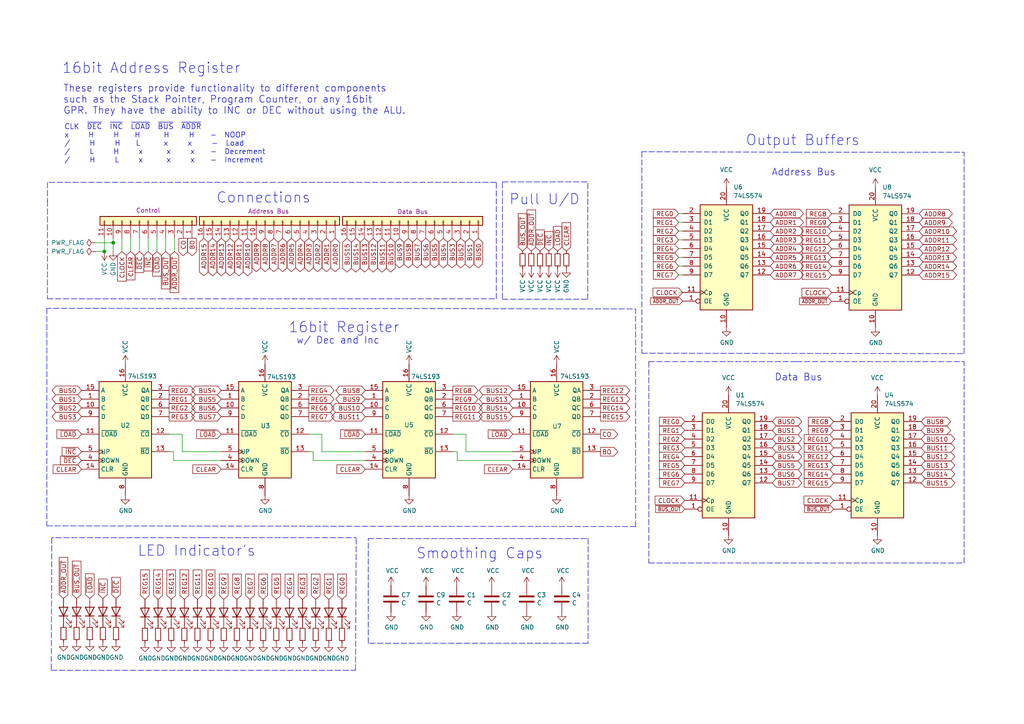
<source format=kicad_sch>
(kicad_sch (version 20211123) (generator eeschema)
  (paper "A4")
  (title_block (title "16 Bit Address Register w/ INC and DEC") (rev "3"))
  (junction (at 30.2768 72.9488))
  (junction (at 32.8168 70.4088))
  (polyline (pts (xy 230.9876 104.8766) (xy 188.1886 104.8766)))
  (wire (pts (xy 105.9434 133.5532) (xy 90.8304 133.5532)))
  (polyline (pts (xy 106.807 156.21) (xy 138.684 156.21)))
  (wire (pts (xy 32.8168 72.9488) (xy 32.8168 70.4088)))
  (polyline (pts (xy 58.9788 155.956) (xy 15.0368 155.956)))
  (wire (pts (xy 89.5604 125.9332) (xy 93.3704 125.9332)))
  (polyline (pts (xy 230.9876 104.8766) (xy 279.6286 104.8766)))
  (polyline (pts (xy 186.1566 102.4382) (xy 279.6286 102.5652)))
  (polyline (pts (xy 15.0368 155.956) (xy 14.859 194.4116)))
  (polyline (pts (xy 13.589 152.527) (xy 184.3532 152.7302)))
  (polyline (pts (xy 145.7198 86.7918) (xy 170.4848 86.7918)))
  (wire (pts (xy 196.8246 77.1906) (xy 197.993 77.1906)))
  (wire (pts (xy 196.8246 72.1106) (xy 197.993 72.1106)))
  (wire (pts (xy 30.2768 72.9488) (xy 30.2768 69.1388)))
  (wire (pts (xy 131.3434 125.9332) (xy 135.1534 125.9332)))
  (polyline (pts (xy 170.561 156.21) (xy 170.561 186.563)))
  (polyline (pts (xy 99.4664 89.4842) (xy 184.3532 89.6112)))
  (polyline (pts (xy 170.561 186.563) (xy 106.807 186.563)))
  (wire (pts (xy 32.8168 70.4088) (xy 32.8168 69.1388)))
  (wire (pts (xy 50.3174 131.0132) (xy 50.3174 133.5532)))
  (wire (pts (xy 27.7368 70.4088) (xy 32.8168 70.4088)))
  (wire (pts (xy 35.3568 72.9488) (xy 35.3568 69.1388)))
  (polyline (pts (xy 14.859 194.4116) (xy 103.124 194.4116)))
  (wire (pts (xy 196.8246 69.5706) (xy 197.993 69.5706)))
  (polyline (pts (xy 99.4664 89.4842) (xy 13.589 89.408)))
  (polyline (pts (xy 13.7668 86.6648) (xy 143.9418 86.6648)))
  (wire (pts (xy 196.8246 79.7306) (xy 197.993 79.7306)))
  (wire (pts (xy 40.4368 72.9488) (xy 40.4368 69.1388)))
  (wire (pts (xy 135.1534 125.9332) (xy 135.1534 131.0132)))
  (wire (pts (xy 196.8246 64.4906) (xy 197.993 64.4906)))
  (polyline (pts (xy 145.7198 52.7558) (xy 170.4848 52.7558)))
  (wire (pts (xy 132.6134 131.0132) (xy 132.6134 133.5532)))
  (wire (pts (xy 196.8246 74.6506) (xy 197.993 74.6506)))
  (polyline (pts (xy 103.124 194.4116) (xy 103.3018 155.956)))
  (polyline (pts (xy 188.1886 163.2966) (xy 279.6286 163.2966)))
  (wire (pts (xy 52.8574 125.9332) (xy 52.8574 131.0132)))
  (polyline (pts (xy 184.3532 152.7302) (xy 184.3532 89.6112)))
  (wire (pts (xy 93.3704 131.0132) (xy 105.9434 131.0132)))
  (polyline (pts (xy 138.684 156.21) (xy 170.561 156.21)))
  (wire (pts (xy 93.3704 125.9332) (xy 93.3704 131.0132)))
  (polyline (pts (xy 188.1886 104.8766) (xy 188.1886 163.2966)))
  (wire (pts (xy 135.1534 131.0132) (xy 148.7424 131.0132)))
  (wire (pts (xy 49.0474 131.0132) (xy 50.3174 131.0132)))
  (polyline (pts (xy 59.1058 155.956) (xy 103.3018 155.956)))
  (wire (pts (xy 50.5968 69.1388) (xy 50.5968 72.9488)))
  (polyline (pts (xy 13.7668 58.2168) (xy 13.7668 86.6648)))
  (polyline (pts (xy 143.9418 52.8828) (xy 13.7668 52.8828)))
  (polyline (pts (xy 279.6286 102.5652) (xy 279.6286 44.1452)))
  (wire (pts (xy 50.3174 133.5532) (xy 64.1604 133.5532)))
  (polyline (pts (xy 13.7668 52.8828) (xy 13.7668 58.3438)))
  (wire (pts (xy 90.8304 133.5532) (xy 90.8304 131.0132)))
  (wire (pts (xy 132.6134 133.5532) (xy 148.7424 133.5532)))
  (wire (pts (xy 196.8246 61.9506) (xy 197.993 61.9506)))
  (wire (pts (xy 42.9768 72.9488) (xy 42.9768 69.1388)))
  (wire (pts (xy 37.8968 69.1388) (xy 37.8968 72.9488)))
  (wire (pts (xy 52.8574 131.0132) (xy 64.1604 131.0132)))
  (polyline (pts (xy 186.1566 44.0182) (xy 186.1566 102.4382)))
  (polyline (pts (xy 230.9876 44.1452) (xy 279.6286 44.1452)))
  (polyline (pts (xy 13.589 89.408) (xy 13.589 152.527)))
  (wire (pts (xy 131.3434 131.0132) (xy 132.6134 131.0132)))
  (wire (pts (xy 196.8246 67.0306) (xy 197.993 67.0306)))
  (polyline (pts (xy 279.6286 163.2966) (xy 279.6286 104.8766)))
  (wire (pts (xy 27.7368 72.9488) (xy 30.2768 72.9488)))
  (wire (pts (xy 196.8246 84.8106) (xy 197.993 84.8106)))
  (wire (pts (xy 90.8304 131.0132) (xy 89.5604 131.0132)))
  (polyline (pts (xy 230.9876 44.1452) (xy 186.1566 44.0182)))
  (wire (pts (xy 49.0474 125.9332) (xy 52.8574 125.9332)))
  (polyline (pts (xy 145.7198 52.8828) (xy 145.7198 86.7918)))
  (polyline (pts (xy 143.9418 86.6648) (xy 143.9418 52.8828)))
  (wire (pts (xy 45.5168 72.9488) (xy 45.5168 69.1388)))
  (polyline (pts (xy 106.807 186.563) (xy 106.807 156.21)))
  (wire (pts (xy 48.0568 69.1388) (xy 48.0568 72.9488)))
  (polyline (pts (xy 170.4848 86.7918) (xy 170.4848 52.7558)))
  (text "Data Bus" (at 224.6376 110.7186 0) (effects (font (size 2 2)) (justify left bottom)))
  (text "16bit Register" (at 83.5914 96.8502 0) (effects (font (size 3 3)) (justify left bottom)))
  (text "w/ Dec and Inc" (at 85.8774 100.0252 0) (effects (font (size 2 2)) (justify left bottom)))
  (text "Smoothing Caps" (at 120.65 162.433 0) (effects (font (size 3 3)) (justify left bottom)))
  (text "Output Buffers" (at 216.2302 42.5704 0) (effects (font (size 3 3)) (justify left bottom)))
  (text "LED Indicator's" (at 39.8272 161.671 0) (effects (font (size 3 3)) (justify left bottom)))
  (text "Address Bus" (at 223.7486 51.2572 0) (effects (font (size 2 2)) (justify left bottom)))
  (text "Pull U/D" (at 147.6248 59.7408 0) (effects (font (size 3 3)) (justify left bottom)))
  (text "Connections" (at 62.6618 59.2328 0) (effects (font (size 3 3)) (justify left bottom)))
  (text "CLK  ~{DEC}  ~{INC}  ~{LOAD}  ~{BUS}  ~{ADDR}\nx     H     H    H      H     H    -  NOOP\n/     H     H    L      x     x     -  Load\n/     L     H     x      x     x    -  Decrement\n/     H     L     x      x     x    -  Increment" (at 18.6182 47.4472 0) (effects (font (size 1.5 1.5)) (justify left bottom)))
  (text "These registers provide functionality to different components\nsuch as the Stack Pointer, Program Counter, or any 16bit\nGPR. They have the ability to INC or DEC without using the ALU.\n" (at 18.3134 33.3756 0) (effects (font (size 2 2)) (justify left bottom)))
  (text "16bit Address Register" (at 17.9324 21.6408 0) (effects (font (size 3 3)) (justify left bottom)))
  (global_label "REG9" (shape input) (at 241.1984 64.5414 180) (property "Intersheet References" "${INTERSHEET_REFS}" (effects hide)))
  (global_label "REG6" (shape output) (at 89.5604 118.3132 0) (property "Intersheet References" "${INTERSHEET_REFS}" (effects hide)))
  (global_label "REG7" (shape input) (at 198.6026 140.0556 180) (property "Intersheet References" "${INTERSHEET_REFS}" (effects hide)))
  (global_label "BUS3" (shape tri_state) (at 224.0026 129.8956 0) (property "Intersheet References" "${INTERSHEET_REFS}" (effects hide)))
  (global_label "BUS4" (shape tri_state) (at 128.5748 69.1388 270) (property "Intersheet References" "${INTERSHEET_REFS}" (effects hide)))
  (global_label "BUS10" (shape tri_state) (at 113.3348 69.1388 270) (property "Intersheet References" "${INTERSHEET_REFS}" (effects hide)))
  (global_label "BUS14" (shape tri_state) (at 103.1748 69.1388 270) (property "Intersheet References" "${INTERSHEET_REFS}" (effects hide)))
  (global_label "ADDR11" (shape tri_state) (at 69.2658 69.1388 270) (property "Intersheet References" "${INTERSHEET_REFS}" (effects hide)))
  (global_label "ADDR12" (shape tri_state) (at 66.7258 69.1388 270) (property "Intersheet References" "${INTERSHEET_REFS}" (effects hide)))
  (global_label "REG1" (shape output) (at 49.0474 115.7732 0) (property "Intersheet References" "${INTERSHEET_REFS}" (effects hide)))
  (global_label "~{LOAD}" (shape input) (at 45.5168 72.9488 270) (property "Intersheet References" "${INTERSHEET_REFS}" (effects hide)))
  (global_label "REG13" (shape input) (at 241.1984 74.7014 180) (property "Intersheet References" "${INTERSHEET_REFS}" (effects hide)))
  (global_label "REG1" (shape input) (at 196.8246 64.4906 180) (property "Intersheet References" "${INTERSHEET_REFS}" (effects hide)))
  (global_label "~{ADDR_OUT}" (shape input) (at 154.1018 72.8218 90) (property "Intersheet References" "${INTERSHEET_REFS}" (effects hide)))
  (global_label "REG7" (shape output) (at 89.5604 120.8532 0) (property "Intersheet References" "${INTERSHEET_REFS}" (effects hide)))
  (global_label "BUS13" (shape tri_state) (at 267.1826 134.9756 0) (property "Intersheet References" "${INTERSHEET_REFS}" (effects hide)))
  (global_label "BUS8" (shape tri_state) (at 267.1826 122.2756 0) (property "Intersheet References" "${INTERSHEET_REFS}" (effects hide)))
  (global_label "ADDR2" (shape tri_state) (at 92.1258 69.1388 270) (property "Intersheet References" "${INTERSHEET_REFS}" (effects hide)))
  (global_label "BUS5" (shape tri_state) (at 126.0348 69.1388 270) (property "Intersheet References" "${INTERSHEET_REFS}" (effects hide)))
  (global_label "~{INC}" (shape input) (at 23.6474 131.0132 180) (property "Intersheet References" "${INTERSHEET_REFS}" (effects hide)))
  (global_label "ADDR0" (shape tri_state) (at 223.393 61.9506 0) (property "Intersheet References" "${INTERSHEET_REFS}" (effects hide)))
  (global_label "BUS15" (shape tri_state) (at 148.7424 120.8532 180) (property "Intersheet References" "${INTERSHEET_REFS}" (effects hide)))
  (global_label "REG15" (shape input) (at 241.7826 140.0556 180) (property "Intersheet References" "${INTERSHEET_REFS}" (effects hide)))
  (global_label "REG13" (shape input) (at 49.657 173.8376 90) (property "Intersheet References" "${INTERSHEET_REFS}" (effects hide)))
  (global_label "~{DEC}" (shape input) (at 33.655 173.5836 90) (property "Intersheet References" "${INTERSHEET_REFS}" (effects hide)))
  (global_label "BUS2" (shape tri_state) (at 224.0026 127.3556 0) (property "Intersheet References" "${INTERSHEET_REFS}" (effects hide)))
  (global_label "REG10" (shape output) (at 131.3434 118.3132 0) (property "Intersheet References" "${INTERSHEET_REFS}" (effects hide)))
  (global_label "REG3" (shape input) (at 196.8246 69.5706 180) (property "Intersheet References" "${INTERSHEET_REFS}" (effects hide)))
  (global_label "ADDR6" (shape tri_state) (at 223.393 77.1906 0) (property "Intersheet References" "${INTERSHEET_REFS}" (effects hide)))
  (global_label "CLEAR" (shape input) (at 64.1604 136.0932 180) (property "Intersheet References" "${INTERSHEET_REFS}" (effects hide)))
  (global_label "ADDR13" (shape tri_state) (at 64.1858 69.1388 270) (property "Intersheet References" "${INTERSHEET_REFS}" (effects hide)))
  (global_label "~{LOAD}" (shape input) (at 23.6474 125.9332 180) (property "Intersheet References" "${INTERSHEET_REFS}" (effects hide)))
  (global_label "~{BUS_OUT}" (shape input) (at 241.7826 147.6756 180) (effects (font (size 0.9906 0.9906))) (property "Intersheet References" "${INTERSHEET_REFS}" (effects hide)))
  (global_label "BUS5" (shape tri_state) (at 224.0026 134.9756 0) (property "Intersheet References" "${INTERSHEET_REFS}" (effects hide)))
  (global_label "REG5" (shape input) (at 80.137 173.8376 90) (property "Intersheet References" "${INTERSHEET_REFS}" (effects hide)))
  (global_label "BUS7" (shape tri_state) (at 64.1604 120.8532 180) (property "Intersheet References" "${INTERSHEET_REFS}" (effects hide)))
  (global_label "REG11" (shape input) (at 57.277 173.8376 90) (property "Intersheet References" "${INTERSHEET_REFS}" (effects hide)))
  (global_label "BUS9" (shape tri_state) (at 115.8748 69.1388 270) (property "Intersheet References" "${INTERSHEET_REFS}" (effects hide)))
  (global_label "REG3" (shape input) (at 198.6026 129.8956 180) (property "Intersheet References" "${INTERSHEET_REFS}" (effects hide)))
  (global_label "ADDR9" (shape tri_state) (at 74.3458 69.1388 270) (property "Intersheet References" "${INTERSHEET_REFS}" (effects hide)))
  (global_label "BUS13" (shape tri_state) (at 148.7424 115.7732 180) (property "Intersheet References" "${INTERSHEET_REFS}" (effects hide)))
  (global_label "ADDR3" (shape tri_state) (at 89.5858 69.1388 270) (property "Intersheet References" "${INTERSHEET_REFS}" (effects hide)))
  (global_label "BUS15" (shape tri_state) (at 100.6348 69.1388 270) (property "Intersheet References" "${INTERSHEET_REFS}" (effects hide)))
  (global_label "ADDR11" (shape tri_state) (at 266.5984 69.6214 0) (property "Intersheet References" "${INTERSHEET_REFS}" (effects hide)))
  (global_label "BUS1" (shape tri_state) (at 23.6474 115.7732 180) (property "Intersheet References" "${INTERSHEET_REFS}" (effects hide)))
  (global_label "REG7" (shape input) (at 72.517 173.8376 90) (property "Intersheet References" "${INTERSHEET_REFS}" (effects hide)))
  (global_label "REG4" (shape input) (at 198.6026 132.4356 180) (property "Intersheet References" "${INTERSHEET_REFS}" (effects hide)))
  (global_label "~{DEC}" (shape input) (at 40.4368 72.9488 270) (property "Intersheet References" "${INTERSHEET_REFS}" (effects hide)))
  (global_label "REG15" (shape output) (at 174.1424 120.8532 0) (property "Intersheet References" "${INTERSHEET_REFS}" (effects hide)))
  (global_label "REG12" (shape input) (at 53.467 173.8376 90) (property "Intersheet References" "${INTERSHEET_REFS}" (effects hide)))
  (global_label "BO" (shape output) (at 174.1424 131.0132 0) (property "Intersheet References" "${INTERSHEET_REFS}" (effects hide)))
  (global_label "ADDR2" (shape tri_state) (at 223.393 67.0306 0) (property "Intersheet References" "${INTERSHEET_REFS}" (effects hide)))
  (global_label "REG4" (shape input) (at 83.947 173.8376 90) (property "Intersheet References" "${INTERSHEET_REFS}" (effects hide)))
  (global_label "ADDR4" (shape tri_state) (at 87.0458 69.1388 270) (property "Intersheet References" "${INTERSHEET_REFS}" (effects hide)))
  (global_label "REG12" (shape output) (at 174.1424 113.2332 0) (property "Intersheet References" "${INTERSHEET_REFS}" (effects hide)))
  (global_label "BUS2" (shape tri_state) (at 133.6548 69.1388 270) (property "Intersheet References" "${INTERSHEET_REFS}" (effects hide)))
  (global_label "ADDR15" (shape tri_state) (at 266.5984 79.7814 0) (property "Intersheet References" "${INTERSHEET_REFS}" (effects hide)))
  (global_label "BUS14" (shape tri_state) (at 148.7424 118.3132 180) (property "Intersheet References" "${INTERSHEET_REFS}" (effects hide)))
  (global_label "REG15" (shape input) (at 241.1984 79.7814 180) (property "Intersheet References" "${INTERSHEET_REFS}" (effects hide)))
  (global_label "REG7" (shape input) (at 196.8246 79.7306 180) (property "Intersheet References" "${INTERSHEET_REFS}" (effects hide)))
  (global_label "REG8" (shape input) (at 241.1984 62.0014 180) (property "Intersheet References" "${INTERSHEET_REFS}" (effects hide)))
  (global_label "~{BUS_OUT}" (shape input) (at 151.5618 72.8218 90) (property "Intersheet References" "${INTERSHEET_REFS}" (effects hide)))
  (global_label "BUS0" (shape tri_state) (at 23.6474 113.2332 180) (property "Intersheet References" "${INTERSHEET_REFS}" (effects hide)))
  (global_label "REG12" (shape input) (at 241.1984 72.1614 180) (property "Intersheet References" "${INTERSHEET_REFS}" (effects hide)))
  (global_label "REG8" (shape input) (at 241.7826 122.2756 180) (property "Intersheet References" "${INTERSHEET_REFS}" (effects hide)))
  (global_label "BUS2" (shape tri_state) (at 23.6474 118.3132 180) (property "Intersheet References" "${INTERSHEET_REFS}" (effects hide)))
  (global_label "BUS1" (shape tri_state) (at 224.0026 124.8156 0) (property "Intersheet References" "${INTERSHEET_REFS}" (effects hide)))
  (global_label "BUS6" (shape tri_state) (at 123.4948 69.1388 270) (property "Intersheet References" "${INTERSHEET_REFS}" (effects hide)))
  (global_label "REG6" (shape input) (at 198.6026 137.5156 180) (property "Intersheet References" "${INTERSHEET_REFS}" (effects hide)))
  (global_label "ADDR7" (shape tri_state) (at 223.393 79.7306 0) (property "Intersheet References" "${INTERSHEET_REFS}" (effects hide)))
  (global_label "BUS10" (shape tri_state) (at 267.1826 127.3556 0) (property "Intersheet References" "${INTERSHEET_REFS}" (effects hide)))
  (global_label "REG11" (shape input) (at 241.7826 129.8956 180) (property "Intersheet References" "${INTERSHEET_REFS}" (effects hide)))
  (global_label "ADDR9" (shape tri_state) (at 266.5984 64.5414 0) (property "Intersheet References" "${INTERSHEET_REFS}" (effects hide)))
  (global_label "BUS12" (shape tri_state) (at 108.2548 69.1388 270) (property "Intersheet References" "${INTERSHEET_REFS}" (effects hide)))
  (global_label "ADDR5" (shape tri_state) (at 84.5058 69.1388 270) (property "Intersheet References" "${INTERSHEET_REFS}" (effects hide)))
  (global_label "CO" (shape output) (at 53.1368 69.1388 270) (property "Intersheet References" "${INTERSHEET_REFS}" (effects hide)))
  (global_label "REG5" (shape input) (at 196.8246 74.6506 180) (property "Intersheet References" "${INTERSHEET_REFS}" (effects hide)))
  (global_label "ADDR1" (shape tri_state) (at 223.393 64.4906 0) (property "Intersheet References" "${INTERSHEET_REFS}" (effects hide)))
  (global_label "REG0" (shape input) (at 198.6026 122.2756 180) (property "Intersheet References" "${INTERSHEET_REFS}" (effects hide)))
  (global_label "REG15" (shape input) (at 42.037 173.8376 90) (property "Intersheet References" "${INTERSHEET_REFS}" (effects hide)))
  (global_label "ADDR13" (shape tri_state) (at 266.5984 74.7014 0) (property "Intersheet References" "${INTERSHEET_REFS}" (effects hide)))
  (global_label "BUS0" (shape tri_state) (at 224.0026 122.2756 0) (property "Intersheet References" "${INTERSHEET_REFS}" (effects hide)))
  (global_label "REG10" (shape input) (at 61.087 173.8376 90) (property "Intersheet References" "${INTERSHEET_REFS}" (effects hide)))
  (global_label "REG13" (shape output) (at 174.1424 115.7732 0) (property "Intersheet References" "${INTERSHEET_REFS}" (effects hide)))
  (global_label "ADDR3" (shape tri_state) (at 223.393 69.5706 0) (property "Intersheet References" "${INTERSHEET_REFS}" (effects hide)))
  (global_label "REG14" (shape input) (at 45.847 173.8376 90) (property "Intersheet References" "${INTERSHEET_REFS}" (effects hide)))
  (global_label "ADDR5" (shape tri_state) (at 223.393 74.6506 0) (property "Intersheet References" "${INTERSHEET_REFS}" (effects hide)))
  (global_label "REG1" (shape input) (at 198.6026 124.8156 180) (property "Intersheet References" "${INTERSHEET_REFS}" (effects hide)))
  (global_label "BUS0" (shape tri_state) (at 138.7348 69.1388 270) (property "Intersheet References" "${INTERSHEET_REFS}" (effects hide)))
  (global_label "REG11" (shape output) (at 131.3434 120.8532 0) (property "Intersheet References" "${INTERSHEET_REFS}" (effects hide)))
  (global_label "BUS5" (shape tri_state) (at 64.1604 115.7732 180) (property "Intersheet References" "${INTERSHEET_REFS}" (effects hide)))
  (global_label "BUS10" (shape tri_state) (at 105.9434 118.3132 180) (property "Intersheet References" "${INTERSHEET_REFS}" (effects hide)))
  (global_label "REG2" (shape input) (at 198.6026 127.3556 180) (property "Intersheet References" "${INTERSHEET_REFS}" (effects hide)))
  (global_label "BUS14" (shape tri_state) (at 267.1826 137.5156 0) (property "Intersheet References" "${INTERSHEET_REFS}" (effects hide)))
  (global_label "~{ADDR_OUT}" (shape input) (at 50.5968 72.9488 270) (property "Intersheet References" "${INTERSHEET_REFS}" (effects hide)))
  (global_label "BUS11" (shape tri_state) (at 110.7948 69.1388 270) (property "Intersheet References" "${INTERSHEET_REFS}" (effects hide)))
  (global_label "CLOCK" (shape input) (at 241.1984 84.8614 180) (property "Intersheet References" "${INTERSHEET_REFS}" (effects hide)))
  (global_label "BUS3" (shape tri_state) (at 23.6474 120.8532 180) (property "Intersheet References" "${INTERSHEET_REFS}" (effects hide)))
  (global_label "ADDR7" (shape tri_state) (at 79.4258 69.1388 270) (property "Intersheet References" "${INTERSHEET_REFS}" (effects hide)))
  (global_label "REG0" (shape output) (at 49.0474 113.2332 0) (property "Intersheet References" "${INTERSHEET_REFS}" (effects hide)))
  (global_label "~{INC}" (shape input) (at 42.9768 72.9488 270) (property "Intersheet References" "${INTERSHEET_REFS}" (effects hide)))
  (global_label "REG2" (shape output) (at 49.0474 118.3132 0) (property "Intersheet References" "${INTERSHEET_REFS}" (effects hide)))
  (global_label "~{ADDR_OUT}" (shape input) (at 241.1984 87.4014 180) (effects (font (size 0.9906 0.9906))) (property "Intersheet References" "${INTERSHEET_REFS}" (effects hide)))
  (global_label "REG10" (shape input) (at 241.1984 67.0814 180) (property "Intersheet References" "${INTERSHEET_REFS}" (effects hide)))
  (global_label "BUS6" (shape tri_state) (at 64.1604 118.3132 180) (property "Intersheet References" "${INTERSHEET_REFS}" (effects hide)))
  (global_label "REG0" (shape input) (at 99.187 173.8376 90) (property "Intersheet References" "${INTERSHEET_REFS}" (effects hide)))
  (global_label "REG1" (shape input) (at 95.377 173.8376 90) (property "Intersheet References" "${INTERSHEET_REFS}" (effects hide)))
  (global_label "BUS11" (shape tri_state) (at 105.9434 120.8532 180) (property "Intersheet References" "${INTERSHEET_REFS}" (effects hide)))
  (global_label "BUS6" (shape tri_state) (at 224.0026 137.5156 0) (property "Intersheet References" "${INTERSHEET_REFS}" (effects hide)))
  (global_label "BUS13" (shape tri_state) (at 105.7148 69.1388 270) (property "Intersheet References" "${INTERSHEET_REFS}" (effects hide)))
  (global_label "CLEAR" (shape input) (at 105.9434 136.0932 180) (property "Intersheet References" "${INTERSHEET_REFS}" (effects hide)))
  (global_label "~{BUS_OUT}" (shape input) (at 22.225 173.5836 90) (property "Intersheet References" "${INTERSHEET_REFS}" (effects hide)))
  (global_label "BUS1" (shape tri_state) (at 136.1948 69.1388 270) (property "Intersheet References" "${INTERSHEET_REFS}" (effects hide)))
  (global_label "REG3" (shape input) (at 87.757 173.8376 90) (property "Intersheet References" "${INTERSHEET_REFS}" (effects hide)))
  (global_label "~{DEC}" (shape input) (at 156.6418 72.8218 90) (property "Intersheet References" "${INTERSHEET_REFS}" (effects hide)))
  (global_label "CLOCK" (shape input) (at 198.6026 145.1356 180) (property "Intersheet References" "${INTERSHEET_REFS}" (effects hide)))
  (global_label "ADDR15" (shape tri_state) (at 59.1058 69.1388 270) (property "Intersheet References" "${INTERSHEET_REFS}" (effects hide)))
  (global_label "CLOCK" (shape input) (at 241.7826 145.1356 180) (property "Intersheet References" "${INTERSHEET_REFS}" (effects hide)))
  (global_label "CLOCK" (shape input) (at 197.993 84.8106 180) (property "Intersheet References" "${INTERSHEET_REFS}" (effects hide)))
  (global_label "REG11" (shape input) (at 241.1984 69.6214 180) (property "Intersheet References" "${INTERSHEET_REFS}" (effects hide)))
  (global_label "ADDR10" (shape tri_state) (at 71.8058 69.1388 270) (property "Intersheet References" "${INTERSHEET_REFS}" (effects hide)))
  (global_label "ADDR8" (shape tri_state) (at 76.8858 69.1388 270) (property "Intersheet References" "${INTERSHEET_REFS}" (effects hide)))
  (global_label "REG4" (shape output) (at 89.5604 113.2332 0) (property "Intersheet References" "${INTERSHEET_REFS}" (effects hide)))
  (global_label "CLEAR" (shape input) (at 164.2618 72.8218 90) (property "Intersheet References" "${INTERSHEET_REFS}" (effects hide)))
  (global_label "REG14" (shape input) (at 241.1984 77.2414 180) (property "Intersheet References" "${INTERSHEET_REFS}" (effects hide)))
  (global_label "BO" (shape output) (at 55.6768 69.1388 270) (property "Intersheet References" "${INTERSHEET_REFS}" (effects hide)))
  (global_label "REG14" (shape output) (at 174.1424 118.3132 0) (property "Intersheet References" "${INTERSHEET_REFS}" (effects hide)))
  (global_label "REG8" (shape output) (at 131.3434 113.2332 0) (property "Intersheet References" "${INTERSHEET_REFS}" (effects hide)))
  (global_label "BUS15" (shape tri_state) (at 267.1826 140.0556 0) (property "Intersheet References" "${INTERSHEET_REFS}" (effects hide)))
  (global_label "CLOCK" (shape input) (at 35.3568 72.9488 270) (property "Intersheet References" "${INTERSHEET_REFS}" (effects hide)))
  (global_label "REG2" (shape input) (at 196.8246 67.0306 180) (property "Intersheet References" "${INTERSHEET_REFS}" (effects hide)))
  (global_label "REG6" (shape input) (at 196.8246 77.1906 180) (property "Intersheet References" "${INTERSHEET_REFS}" (effects hide)))
  (global_label "ADDR1" (shape tri_state) (at 94.6658 69.1388 270) (property "Intersheet References" "${INTERSHEET_REFS}" (effects hide)))
  (global_label "~{BUS_OUT}" (shape input) (at 48.0568 72.9488 270) (property "Intersheet References" "${INTERSHEET_REFS}" (effects hide)))
  (global_label "BUS9" (shape tri_state) (at 267.1826 124.8156 0) (property "Intersheet References" "${INTERSHEET_REFS}" (effects hide)))
  (global_label "REG12" (shape input) (at 241.7826 132.4356 180) (property "Intersheet References" "${INTERSHEET_REFS}" (effects hide)))
  (global_label "~{LOAD}" (shape input) (at 64.1604 125.9332 180) (property "Intersheet References" "${INTERSHEET_REFS}" (effects hide)))
  (global_label "ADDR14" (shape tri_state) (at 61.6458 69.1388 270) (property "Intersheet References" "${INTERSHEET_REFS}" (effects hide)))
  (global_label "REG13" (shape input) (at 241.7826 134.9756 180) (property "Intersheet References" "${INTERSHEET_REFS}" (effects hide)))
  (global_label "REG6" (shape input) (at 76.327 173.8376 90) (property "Intersheet References" "${INTERSHEET_REFS}" (effects hide)))
  (global_label "BUS3" (shape tri_state) (at 131.1148 69.1388 270) (property "Intersheet References" "${INTERSHEET_REFS}" (effects hide)))
  (global_label "ADDR4" (shape tri_state) (at 223.393 72.1106 0) (property "Intersheet References" "${INTERSHEET_REFS}" (effects hide)))
  (global_label "REG5" (shape output) (at 89.5604 115.7732 0) (property "Intersheet References" "${INTERSHEET_REFS}" (effects hide)))
  (global_label "REG8" (shape input) (at 68.707 173.8376 90) (property "Intersheet References" "${INTERSHEET_REFS}" (effects hide)))
  (global_label "REG3" (shape output) (at 49.0474 120.8532 0) (property "Intersheet References" "${INTERSHEET_REFS}" (effects hide)))
  (global_label "~{LOAD}" (shape input) (at 161.7218 72.8218 90) (property "Intersheet References" "${INTERSHEET_REFS}" (effects hide)))
  (global_label "~{LOAD}" (shape input) (at 26.035 173.5836 90) (property "Intersheet References" "${INTERSHEET_REFS}" (effects hide)))
  (global_label "REG2" (shape input) (at 91.567 173.8376 90) (property "Intersheet References" "${INTERSHEET_REFS}" (effects hide)))
  (global_label "CO" (shape output) (at 174.1424 125.9332 0) (property "Intersheet References" "${INTERSHEET_REFS}" (effects hide)))
  (global_label "REG0" (shape input) (at 196.8246 61.9506 180) (property "Intersheet References" "${INTERSHEET_REFS}" (effects hide)))
  (global_label "REG4" (shape input) (at 196.8246 72.1106 180) (property "Intersheet References" "${INTERSHEET_REFS}" (effects hide)))
  (global_label "BUS8" (shape tri_state) (at 118.4148 69.1388 270) (property "Intersheet References" "${INTERSHEET_REFS}" (effects hide)))
  (global_label "BUS7" (shape tri_state) (at 224.0026 140.0556 0) (property "Intersheet References" "${INTERSHEET_REFS}" (effects hide)))
  (global_label "~{INC}" (shape input) (at 29.845 173.5836 90) (property "Intersheet References" "${INTERSHEET_REFS}" (effects hide)))
  (global_label "ADDR8" (shape tri_state) (at 266.5984 62.0014 0) (property "Intersheet References" "${INTERSHEET_REFS}" (effects hide)))
  (global_label "BUS4" (shape tri_state) (at 64.1604 113.2332 180) (property "Intersheet References" "${INTERSHEET_REFS}" (effects hide)))
  (global_label "ADDR6" (shape tri_state) (at 81.9658 69.1388 270) (property "Intersheet References" "${INTERSHEET_REFS}" (effects hide)))
  (global_label "BUS11" (shape tri_state) (at 267.1826 129.8956 0) (property "Intersheet References" "${INTERSHEET_REFS}" (effects hide)))
  (global_label "REG9" (shape input) (at 64.897 173.8376 90) (property "Intersheet References" "${INTERSHEET_REFS}" (effects hide)))
  (global_label "ADDR12" (shape tri_state) (at 266.5984 72.1614 0) (property "Intersheet References" "${INTERSHEET_REFS}" (effects hide)))
  (global_label "~{ADDR_OUT}" (shape input) (at 18.415 173.5836 90) (property "Intersheet References" "${INTERSHEET_REFS}" (effects hide)))
  (global_label "REG9" (shape output) (at 131.3434 115.7732 0) (property "Intersheet References" "${INTERSHEET_REFS}" (effects hide)))
  (global_label "~{LOAD}" (shape input) (at 105.9434 125.9332 180) (property "Intersheet References" "${INTERSHEET_REFS}" (effects hide)))
  (global_label "CLEAR" (shape input) (at 148.7424 136.0932 180) (property "Intersheet References" "${INTERSHEET_REFS}" (effects hide)))
  (global_label "~{ADDR_OUT}" (shape input) (at 197.993 87.3506 180) (effects (font (size 0.9906 0.9906))) (property "Intersheet References" "${INTERSHEET_REFS}" (effects hide)))
  (global_label "~{INC}" (shape input) (at 159.1818 72.8218 90) (property "Intersheet References" "${INTERSHEET_REFS}" (effects hide)))
  (global_label "BUS4" (shape tri_state) (at 224.0026 132.4356 0) (property "Intersheet References" "${INTERSHEET_REFS}" (effects hide)))
  (global_label "BUS12" (shape tri_state) (at 267.1826 132.4356 0) (property "Intersheet References" "${INTERSHEET_REFS}" (effects hide)))
  (global_label "CLEAR" (shape input) (at 23.6474 136.0932 180) (property "Intersheet References" "${INTERSHEET_REFS}" (effects hide)))
  (global_label "ADDR10" (shape tri_state) (at 266.5984 67.0814 0) (property "Intersheet References" "${INTERSHEET_REFS}" (effects hide)))
  (global_label "BUS12" (shape tri_state) (at 148.7424 113.2332 180) (property "Intersheet References" "${INTERSHEET_REFS}" (effects hide)))
  (global_label "~{DEC}" (shape input) (at 23.6474 133.5532 180) (property "Intersheet References" "${INTERSHEET_REFS}" (effects hide)))
  (global_label "~{LOAD}" (shape input) (at 148.7424 125.9332 180) (property "Intersheet References" "${INTERSHEET_REFS}" (effects hide)))
  (global_label "REG9" (shape input) (at 241.7826 124.8156 180) (property "Intersheet References" "${INTERSHEET_REFS}" (effects hide)))
  (global_label "ADDR0" (shape tri_state) (at 97.2058 69.1388 270) (property "Intersheet References" "${INTERSHEET_REFS}" (effects hide)))
  (global_label "BUS7" (shape tri_state) (at 120.9548 69.1388 270) (property "Intersheet References" "${INTERSHEET_REFS}" (effects hide)))
  (global_label "REG14" (shape input) (at 241.7826 137.5156 180) (property "Intersheet References" "${INTERSHEET_REFS}" (effects hide)))
  (global_label "BUS9" (shape tri_state) (at 105.9434 115.7732 180) (property "Intersheet References" "${INTERSHEET_REFS}" (effects hide)))
  (global_label "REG10" (shape input) (at 241.7826 127.3556 180) (property "Intersheet References" "${INTERSHEET_REFS}" (effects hide)))
  (global_label "CLEAR" (shape input) (at 37.8968 72.9488 270) (property "Intersheet References" "${INTERSHEET_REFS}" (effects hide)))
  (global_label "ADDR14" (shape tri_state) (at 266.5984 77.2414 0) (property "Intersheet References" "${INTERSHEET_REFS}" (effects hide)))
  (global_label "~{BUS_OUT}" (shape input) (at 198.6026 147.6756 180) (effects (font (size 0.9906 0.9906))) (property "Intersheet References" "${INTERSHEET_REFS}" (effects hide)))
  (global_label "BUS8" (shape tri_state) (at 105.9434 113.2332 180) (property "Intersheet References" "${INTERSHEET_REFS}" (effects hide)))
  (global_label "REG5" (shape input) (at 198.6026 134.9756 180) (property "Intersheet References" "${INTERSHEET_REFS}" (effects hide)))
  (symbol (lib_id "Device:R_Small") (at 159.1818 75.3618 0) (unit 1)
    (property "Reference" "R28" (effects hide))
    (property "Value" "R_Small" (effects hide))
    (property "Footprint" "Resistor_SMD:R_0805_2012Metric" (effects hide))
  )
  (symbol (lib_id "power:VCC") (at 159.1818 77.9018 180) (unit 1)
    (property "Reference" "#PWR0109" (effects hide))
    (property "Value" "VCC" (at 159.1818 82.9818 90))
  )
  (symbol (lib_id "Device:LED") (at 26.035 177.3936 90) (unit 1)
    (property "Reference" "D22" (effects hide))
    (property "Value" "LED" (effects hide))
    (property "Footprint" "LED_SMD:LED_1206_3216Metric" (effects hide))
  )
  (symbol (lib_id "power:GND") (at 26.035 186.2836 0) (unit 1)
    (property "Reference" "#PWR0103" (effects hide))
    (property "Value" "GND" (at 26.162 190.6778 0))
  )
  (symbol (lib_id "Device:R_Small") (at 26.035 183.7436 0) (unit 1)
    (property "Reference" "R17" (effects hide))
    (property "Value" "R_Small" (effects hide))
    (property "Footprint" "Resistor_SMD:R_0805_2012Metric" (effects hide))
  )
  (symbol (lib_id "Connector_Generic:Conn_01x16") (at 120.9548 64.0588 270) (mirror x) (unit 1)
    (property "Reference" "J2" (effects hide))
    (property "Value" "Conn_01x16" (effects hide))
    (property "Footprint" "Connector_PinHeader_2.54mm:PinHeader_1x16_P2.54mm_Vertical" (effects hide))
    (property "Field4" "Data Bus" (at 119.6848 61.3918 90))
  )
  (symbol (lib_id "Device:C") (at 132.461 173.736 0) (unit 1)
    (property "Reference" "C1" (at 135.382 172.5676 0) (effects (justify left)))
    (property "Value" "C" (at 135.382 174.879 0) (effects (justify left)))
    (property "Footprint" "Capacitor_SMD:C_0805_2012Metric" (effects hide))
  )
  (symbol (lib_id "power:VCC") (at 132.461 169.926 0) (unit 1)
    (property "Reference" "#PWR042" (effects hide))
    (property "Value" "VCC" (at 132.842 165.5318 0))
  )
  (symbol (lib_id "power:GND") (at 132.461 177.546 0) (unit 1)
    (property "Reference" "#PWR043" (effects hide))
    (property "Value" "GND" (at 132.588 181.9402 0))
  )
  (symbol (lib_id "Device:C") (at 142.621 173.736 0) (unit 1)
    (property "Reference" "C2" (at 145.542 172.5676 0) (effects (justify left)))
    (property "Value" "C" (at 145.542 174.879 0) (effects (justify left)))
    (property "Footprint" "Capacitor_SMD:C_0805_2012Metric" (effects hide))
  )
  (symbol (lib_id "power:VCC") (at 142.621 169.926 0) (unit 1)
    (property "Reference" "#PWR044" (effects hide))
    (property "Value" "VCC" (at 143.002 165.5318 0))
  )
  (symbol (lib_id "power:GND") (at 142.621 177.546 0) (unit 1)
    (property "Reference" "#PWR045" (effects hide))
    (property "Value" "GND" (at 142.748 181.9402 0))
  )
  (symbol (lib_id "Device:C") (at 152.781 173.736 0) (unit 1)
    (property "Reference" "C3" (at 155.702 172.5676 0) (effects (justify left)))
    (property "Value" "C" (at 155.702 174.879 0) (effects (justify left)))
    (property "Footprint" "Capacitor_SMD:C_0805_2012Metric" (effects hide))
  )
  (symbol (lib_id "power:VCC") (at 152.781 169.926 0) (unit 1)
    (property "Reference" "#PWR046" (effects hide))
    (property "Value" "VCC" (at 153.162 165.5318 0))
  )
  (symbol (lib_id "power:GND") (at 152.781 177.546 0) (unit 1)
    (property "Reference" "#PWR047" (effects hide))
    (property "Value" "GND" (at 152.908 181.9402 0))
  )
  (symbol (lib_id "Device:C") (at 162.941 173.736 0) (unit 1)
    (property "Reference" "C4" (at 165.862 172.5676 0) (effects (justify left)))
    (property "Value" "C" (at 165.862 174.879 0) (effects (justify left)))
    (property "Footprint" "Capacitor_SMD:C_0805_2012Metric" (effects hide))
  )
  (symbol (lib_id "power:VCC") (at 162.941 169.926 0) (unit 1)
    (property "Reference" "#PWR048" (effects hide))
    (property "Value" "VCC" (at 163.322 165.5318 0))
  )
  (symbol (lib_id "power:GND") (at 162.941 177.546 0) (unit 1)
    (property "Reference" "#PWR049" (effects hide))
    (property "Value" "GND" (at 163.068 181.9402 0))
  )
  (symbol (lib_id "Device:C") (at 113.411 173.736 0) (unit 1)
    (property "Reference" "C7" (at 116.332 172.5676 0) (effects (justify left)))
    (property "Value" "C" (at 116.332 174.879 0) (effects (justify left)))
    (property "Footprint" "Capacitor_SMD:C_0805_2012Metric" (effects hide))
  )
  (symbol (lib_id "power:VCC") (at 113.411 169.926 0) (unit 1)
    (property "Reference" "#PWR052" (effects hide))
    (property "Value" "VCC" (at 113.792 165.5318 0))
  )
  (symbol (lib_id "power:GND") (at 113.411 177.546 0) (unit 1)
    (property "Reference" "#PWR053" (effects hide))
    (property "Value" "GND" (at 113.538 181.9402 0))
  )
  (symbol (lib_id "Device:C") (at 123.571 173.736 0) (unit 1)
    (property "Reference" "C9" (at 126.492 172.5676 0) (effects (justify left)))
    (property "Value" "C" (at 126.492 174.879 0) (effects (justify left)))
    (property "Footprint" "Capacitor_SMD:C_0805_2012Metric" (effects hide))
  )
  (symbol (lib_id "power:VCC") (at 123.571 169.926 0) (unit 1)
    (property "Reference" "#PWR056" (effects hide))
    (property "Value" "VCC" (at 123.952 165.5318 0))
  )
  (symbol (lib_id "power:GND") (at 123.571 177.546 0) (unit 1)
    (property "Reference" "#PWR057" (effects hide))
    (property "Value" "GND" (at 123.698 181.9402 0))
  )
  (symbol (lib_id "Connector_Generic:Conn_01x16") (at 79.4258 64.0588 270) (mirror x) (unit 1)
    (property "Reference" "J3" (effects hide))
    (property "Value" "Conn_01x16" (effects hide))
    (property "Footprint" "Connector_PinHeader_2.54mm:PinHeader_1x16_P2.54mm_Vertical" (effects hide))
    (property "Field4" "Address Bus" (at 77.9018 61.2648 90))
  )
  (symbol (lib_id "Connector_Generic:Conn_01x11") (at 42.9768 64.0588 270) (mirror x) (unit 1)
    (property "Reference" "J4" (effects hide))
    (property "Value" "Conn_01x11" (effects hide))
    (property "Footprint" "Connector_PinHeader_2.54mm:PinHeader_1x11_P2.54mm_Vertical" (effects hide))
    (property "Field4" "Control" (at 42.9768 61.0108 90))
  )
  (symbol (lib_id "power:GND") (at 32.8168 72.9488 0) (mirror y) (unit 1)
    (property "Reference" "#PWR0101" (effects hide))
    (property "Value" "GND" (at 32.8168 78.0288 90))
  )
  (symbol (lib_id "power:VCC") (at 30.2768 72.9488 0) (mirror x) (unit 1)
    (property "Reference" "#PWR0102" (effects hide))
    (property "Value" "VCC" (at 30.2768 78.0288 90))
  )
  (symbol (lib_id "Device:R_Small") (at 164.2618 75.3618 180) (unit 1)
    (property "Reference" "R18" (effects hide))
    (property "Value" "R_Small" (effects hide))
    (property "Footprint" "Resistor_SMD:R_0805_2012Metric" (effects hide))
  )
  (symbol (lib_id "power:GND") (at 164.2618 77.9018 0) (unit 1)
    (property "Reference" "#PWR03" (effects hide))
    (property "Value" "GND" (at 164.2618 82.9818 90))
  )
  (symbol (lib_id "power:VCC") (at 161.7218 77.9018 180) (unit 1)
    (property "Reference" "#PWR050" (effects hide))
    (property "Value" "VCC" (at 161.7218 82.9818 90))
  )
  (symbol (lib_id "Device:R_Small") (at 154.1018 75.3618 180) (unit 1)
    (property "Reference" "R25" (effects hide))
    (property "Value" "R_Small" (effects hide))
    (property "Footprint" "Resistor_SMD:R_0805_2012Metric" (effects hide))
  )
  (symbol (lib_id "Device:LED") (at 22.225 177.3936 90) (unit 1)
    (property "Reference" "D18" (effects hide))
    (property "Value" "LED" (effects hide))
    (property "Footprint" "LED_SMD:LED_1206_3216Metric" (effects hide))
  )
  (symbol (lib_id "power:GND") (at 22.225 186.2836 0) (unit 1)
    (property "Reference" "#PWR038" (effects hide))
    (property "Value" "GND" (at 22.352 190.6778 0))
  )
  (symbol (lib_id "Device:LED") (at 33.655 177.3936 90) (unit 1)
    (property "Reference" "D19" (effects hide))
    (property "Value" "LED" (effects hide))
    (property "Footprint" "LED_SMD:LED_1206_3216Metric" (effects hide))
  )
  (symbol (lib_id "power:GND") (at 33.655 186.2836 0) (unit 1)
    (property "Reference" "#PWR039" (effects hide))
    (property "Value" "GND" (at 33.782 190.6778 0))
  )
  (symbol (lib_id "Device:LED") (at 18.415 177.3936 90) (unit 1)
    (property "Reference" "D20" (effects hide))
    (property "Value" "LED" (effects hide))
    (property "Footprint" "LED_SMD:LED_1206_3216Metric" (effects hide))
  )
  (symbol (lib_id "power:GND") (at 18.415 186.2836 0) (unit 1)
    (property "Reference" "#PWR040" (effects hide))
    (property "Value" "GND" (at 18.542 190.6778 0))
  )
  (symbol (lib_id "Device:R_Small") (at 22.225 183.7436 0) (unit 1)
    (property "Reference" "R20" (effects hide))
    (property "Value" "R_Small" (effects hide))
    (property "Footprint" "Resistor_SMD:R_0805_2012Metric" (effects hide))
  )
  (symbol (lib_id "Device:R_Small") (at 33.655 183.7436 0) (unit 1)
    (property "Reference" "R21" (effects hide))
    (property "Value" "R_Small" (effects hide))
    (property "Footprint" "Resistor_SMD:R_0805_2012Metric" (effects hide))
  )
  (symbol (lib_id "Device:R_Small") (at 18.415 183.7436 0) (unit 1)
    (property "Reference" "R22" (effects hide))
    (property "Value" "R_Small" (effects hide))
    (property "Footprint" "Resistor_SMD:R_0805_2012Metric" (effects hide))
  )
  (symbol (lib_id "Device:LED") (at 29.845 177.3936 90) (unit 1)
    (property "Reference" "D21" (effects hide))
    (property "Value" "LED" (effects hide))
    (property "Footprint" "LED_SMD:LED_1206_3216Metric" (effects hide))
  )
  (symbol (lib_id "power:GND") (at 29.845 186.2836 0) (unit 1)
    (property "Reference" "#PWR041" (effects hide))
    (property "Value" "GND" (at 29.972 190.6778 0))
  )
  (symbol (lib_id "Device:R_Small") (at 29.845 183.7436 0) (unit 1)
    (property "Reference" "R23" (effects hide))
    (property "Value" "R_Small" (effects hide))
    (property "Footprint" "Resistor_SMD:R_0805_2012Metric" (effects hide))
  )
  (symbol (lib_id "power:PWR_FLAG") (at 27.7368 70.4088 90) (mirror x) (unit 1)
    (property "Reference" "#FLG0101" (effects hide))
    (property "Value" "PWR_FLAG" (at 24.4856 70.4088 90) (effects (justify left)))
  )
  (symbol (lib_id "power:PWR_FLAG") (at 27.7368 72.9488 90) (mirror x) (unit 1)
    (property "Reference" "#FLG0102" (effects hide))
    (property "Value" "PWR_FLAG" (at 24.4856 72.9488 90) (effects (justify left)))
  )
  (symbol (lib_id "74xx:74LS193") (at 36.3474 123.3932 0) (unit 1)
    (property "Reference" "U2" (at 36.3474 123.3932 0))
    (property "Value" "74LS193" (at 41.2496 109.1184 0))
    (property "Footprint" "Package_SO:SO-16_5.3x10.2mm_P1.27mm" (effects hide))
    (property "Datasheet" "http://www.ti.com/lit/ds/symlink/sn74ls193.pdf" (effects hide))
  )
  (symbol (lib_id "power:VCC") (at 36.3474 105.6132 0) (unit 1)
    (property "Reference" "#PWR04" (effects hide))
    (property "Value" "VCC" (at 36.3474 100.5332 90))
  )
  (symbol (lib_id "power:GND") (at 36.3474 143.7132 0) (unit 1)
    (property "Reference" "#PWR05" (effects hide))
    (property "Value" "GND" (at 36.4744 148.1074 0))
  )
  (symbol (lib_id "74xx:74LS193") (at 76.8604 123.3932 0) (unit 1)
    (property "Reference" "U3" (at 76.9874 123.5202 0))
    (property "Value" "74LS193" (at 81.6356 109.3216 0))
    (property "Footprint" "Package_SO:SO-16_5.3x10.2mm_P1.27mm" (effects hide))
    (property "Datasheet" "http://www.ti.com/lit/ds/symlink/sn74ls193.pdf" (effects hide))
  )
  (symbol (lib_id "power:VCC") (at 76.8604 105.6132 0) (unit 1)
    (property "Reference" "#PWR08" (effects hide))
    (property "Value" "VCC" (at 76.8604 100.5332 90))
  )
  (symbol (lib_id "power:GND") (at 76.8604 143.7132 0) (unit 1)
    (property "Reference" "#PWR09" (effects hide))
    (property "Value" "GND" (at 76.9874 148.1074 0))
  )
  (symbol (lib_id "74xx:74LS193") (at 118.6434 123.3932 0) (unit 1)
    (property "Reference" "U5" (at 118.6434 123.2662 0))
    (property "Value" "74LS193" (at 123.444 109.22 0))
    (property "Footprint" "Package_SO:SO-16_5.3x10.2mm_P1.27mm" (effects hide))
    (property "Datasheet" "http://www.ti.com/lit/ds/symlink/sn74ls193.pdf" (effects hide))
  )
  (symbol (lib_id "power:VCC") (at 118.6434 105.6132 0) (unit 1)
    (property "Reference" "#PWR013" (effects hide))
    (property "Value" "VCC" (at 118.6434 100.5332 90))
  )
  (symbol (lib_id "power:GND") (at 118.6434 143.7132 0) (unit 1)
    (property "Reference" "#PWR014" (effects hide))
    (property "Value" "GND" (at 118.7704 148.1074 0))
  )
  (symbol (lib_id "74xx:74LS193") (at 161.4424 123.3932 0) (unit 1)
    (property "Reference" "U7" (at 161.5694 123.6472 0))
    (property "Value" "74LS193" (at 166.6494 109.1692 0))
    (property "Footprint" "Package_SO:SO-16_5.3x10.2mm_P1.27mm" (effects hide))
    (property "Datasheet" "http://www.ti.com/lit/ds/symlink/sn74ls193.pdf" (effects hide))
  )
  (symbol (lib_id "power:VCC") (at 161.4424 105.6132 0) (unit 1)
    (property "Reference" "#PWR017" (effects hide))
    (property "Value" "VCC" (at 161.4424 100.5332 90))
  )
  (symbol (lib_id "power:GND") (at 161.4424 143.7132 0) (unit 1)
    (property "Reference" "#PWR018" (effects hide))
    (property "Value" "GND" (at 161.5694 148.1074 0))
  )
  (symbol (lib_id "power:GND") (at 211.3026 155.2956 0) (unit 1)
    (property "Reference" "#PWR02" (effects hide))
    (property "Value" "GND" (at 211.4296 159.6898 0))
  )
  (symbol (lib_id "power:VCC") (at 211.3026 114.6556 0) (unit 1)
    (property "Reference" "#PWR01" (effects hide))
    (property "Value" "VCC" (at 211.3026 109.5756 0))
  )
  (symbol (lib_id "power:GND") (at 254.4826 155.2956 0) (unit 1)
    (property "Reference" "#PWR011" (effects hide))
    (property "Value" "GND" (at 254.6096 159.6898 0))
  )
  (symbol (lib_id "power:VCC") (at 254.4826 114.6556 0) (unit 1)
    (property "Reference" "#PWR010" (effects hide))
    (property "Value" "VCC" (at 254.4826 109.5756 0))
  )
  (symbol (lib_id "power:GND") (at 210.693 94.9706 0) (unit 1)
    (property "Reference" "#PWR016" (effects hide))
    (property "Value" "GND" (at 210.82 99.3648 0))
  )
  (symbol (lib_id "power:VCC") (at 210.693 54.3306 0) (unit 1)
    (property "Reference" "#PWR015" (effects hide))
    (property "Value" "VCC" (at 210.693 49.2506 0))
  )
  (symbol (lib_id "power:GND") (at 253.8984 95.0214 0) (unit 1)
    (property "Reference" "#PWR020" (effects hide))
    (property "Value" "GND" (at 254.0254 99.4156 0))
  )
  (symbol (lib_id "power:VCC") (at 253.8984 54.3814 0) (unit 1)
    (property "Reference" "#PWR019" (effects hide))
    (property "Value" "VCC" (at 253.8984 49.3014 0))
  )
  (symbol (lib_id "Device:R_Small") (at 151.5618 75.3618 180) (unit 1)
    (property "Reference" "R1" (effects hide))
    (property "Value" "R_Small" (effects hide))
    (property "Footprint" "Resistor_SMD:R_0805_2012Metric" (effects hide))
  )
  (symbol (lib_id "power:VCC") (at 154.1018 77.9018 180) (unit 1)
    (property "Reference" "#PWR07" (effects hide))
    (property "Value" "VCC" (at 154.1018 82.9818 90))
  )
  (symbol (lib_id "power:VCC") (at 151.5618 77.9018 180) (unit 1)
    (property "Reference" "#PWR06" (effects hide))
    (property "Value" "VCC" (at 151.5618 82.9818 90))
  )
  (symbol (lib_id "Device:R_Small") (at 161.7218 75.3618 180) (unit 1)
    (property "Reference" "R24" (effects hide))
    (property "Value" "R_Small" (effects hide))
    (property "Footprint" "Resistor_SMD:R_0805_2012Metric" (effects hide))
  )
  (symbol (lib_id "Device:R_Small") (at 156.6418 75.3618 0) (unit 1)
    (property "Reference" "R27" (effects hide))
    (property "Value" "R_Small" (effects hide))
    (property "Footprint" "Resistor_SMD:R_0805_2012Metric" (effects hide))
  )
  (symbol (lib_id "power:VCC") (at 156.6418 77.9018 180) (unit 1)
    (property "Reference" "#PWR012" (effects hide))
    (property "Value" "VCC" (at 156.6418 82.9818 90))
  )
  (symbol (lib_id "Device:LED") (at 45.847 177.6476 90) (unit 1)
    (property "Reference" "D2" (effects hide))
    (property "Value" "LED" (effects hide))
    (property "Footprint" "LED_SMD:LED_1206_3216Metric" (effects hide))
  )
  (symbol (lib_id "power:GND") (at 45.847 186.5376 0) (unit 1)
    (property "Reference" "#PWR022" (effects hide))
    (property "Value" "GND" (at 45.974 190.9318 0))
  )
  (symbol (lib_id "Device:LED") (at 57.277 177.6476 90) (unit 1)
    (property "Reference" "D5" (effects hide))
    (property "Value" "LED" (effects hide))
    (property "Footprint" "LED_SMD:LED_1206_3216Metric" (effects hide))
  )
  (symbol (lib_id "power:GND") (at 57.277 186.5376 0) (unit 1)
    (property "Reference" "#PWR025" (effects hide))
    (property "Value" "GND" (at 57.404 190.9318 0))
  )
  (symbol (lib_id "Device:LED") (at 42.037 177.6476 90) (unit 1)
    (property "Reference" "D1" (effects hide))
    (property "Value" "LED" (effects hide))
    (property "Footprint" "LED_SMD:LED_1206_3216Metric" (effects hide))
  )
  (symbol (lib_id "power:GND") (at 42.037 186.5376 0) (unit 1)
    (property "Reference" "#PWR021" (effects hide))
    (property "Value" "GND" (at 42.164 190.9318 0))
  )
  (symbol (lib_id "Device:R_Small") (at 45.847 183.9976 0) (unit 1)
    (property "Reference" "R3" (effects hide))
    (property "Value" "R_Small" (effects hide))
    (property "Footprint" "Resistor_SMD:R_0805_2012Metric" (effects hide))
  )
  (symbol (lib_id "Device:R_Small") (at 57.277 183.9976 0) (unit 1)
    (property "Reference" "R6" (effects hide))
    (property "Value" "R_Small" (effects hide))
    (property "Footprint" "Resistor_SMD:R_0805_2012Metric" (effects hide))
  )
  (symbol (lib_id "Device:R_Small") (at 42.037 183.9976 0) (unit 1)
    (property "Reference" "R2" (effects hide))
    (property "Value" "R_Small" (effects hide))
    (property "Footprint" "Resistor_SMD:R_0805_2012Metric" (effects hide))
  )
  (symbol (lib_id "Device:LED") (at 53.467 177.6476 90) (unit 1)
    (property "Reference" "D4" (effects hide))
    (property "Value" "LED" (effects hide))
    (property "Footprint" "LED_SMD:LED_1206_3216Metric" (effects hide))
  )
  (symbol (lib_id "power:GND") (at 53.467 186.5376 0) (unit 1)
    (property "Reference" "#PWR024" (effects hide))
    (property "Value" "GND" (at 53.594 190.9318 0))
  )
  (symbol (lib_id "Device:R_Small") (at 53.467 183.9976 0) (unit 1)
    (property "Reference" "R5" (effects hide))
    (property "Value" "R_Small" (effects hide))
    (property "Footprint" "Resistor_SMD:R_0805_2012Metric" (effects hide))
  )
  (symbol (lib_id "Device:LED") (at 49.657 177.6476 90) (unit 1)
    (property "Reference" "D3" (effects hide))
    (property "Value" "LED" (effects hide))
    (property "Footprint" "LED_SMD:LED_1206_3216Metric" (effects hide))
  )
  (symbol (lib_id "power:GND") (at 49.657 186.5376 0) (unit 1)
    (property "Reference" "#PWR023" (effects hide))
    (property "Value" "GND" (at 49.784 190.9318 0))
  )
  (symbol (lib_id "Device:R_Small") (at 49.657 183.9976 0) (unit 1)
    (property "Reference" "R4" (effects hide))
    (property "Value" "R_Small" (effects hide))
    (property "Footprint" "Resistor_SMD:R_0805_2012Metric" (effects hide))
  )
  (symbol (lib_id "Device:LED") (at 64.897 177.6476 90) (unit 1)
    (property "Reference" "D7" (effects hide))
    (property "Value" "LED" (effects hide))
    (property "Footprint" "LED_SMD:LED_1206_3216Metric" (effects hide))
  )
  (symbol (lib_id "power:GND") (at 64.897 186.5376 0) (unit 1)
    (property "Reference" "#PWR027" (effects hide))
    (property "Value" "GND" (at 65.024 190.9318 0))
  )
  (symbol (lib_id "Device:R_Small") (at 68.707 183.9976 0) (unit 1)
    (property "Reference" "R9" (effects hide))
    (property "Value" "R_Small" (effects hide))
    (property "Footprint" "Resistor_SMD:R_0805_2012Metric" (effects hide))
  )
  (symbol (lib_id "Device:LED") (at 61.087 177.6476 90) (unit 1)
    (property "Reference" "D6" (effects hide))
    (property "Value" "LED" (effects hide))
    (property "Footprint" "LED_SMD:LED_1206_3216Metric" (effects hide))
  )
  (symbol (lib_id "power:GND") (at 61.087 186.5376 0) (unit 1)
    (property "Reference" "#PWR026" (effects hide))
    (property "Value" "GND" (at 61.214 190.9318 0))
  )
  (symbol (lib_id "Device:R_Small") (at 61.087 183.9976 0) (unit 1)
    (property "Reference" "R7" (effects hide))
    (property "Value" "R_Small" (effects hide))
    (property "Footprint" "Resistor_SMD:R_0805_2012Metric" (effects hide))
  )
  (symbol (lib_id "Device:LED") (at 68.707 177.6476 90) (unit 1)
    (property "Reference" "D8" (effects hide))
    (property "Value" "LED" (effects hide))
    (property "Footprint" "LED_SMD:LED_1206_3216Metric" (effects hide))
  )
  (symbol (lib_id "power:GND") (at 68.707 186.5376 0) (unit 1)
    (property "Reference" "#PWR028" (effects hide))
    (property "Value" "GND" (at 68.834 190.9318 0))
  )
  (symbol (lib_id "Device:R_Small") (at 64.897 183.9976 0) (unit 1)
    (property "Reference" "R8" (effects hide))
    (property "Value" "R_Small" (effects hide))
    (property "Footprint" "Resistor_SMD:R_0805_2012Metric" (effects hide))
  )
  (symbol (lib_id "Device:LED") (at 76.327 177.6476 90) (unit 1)
    (property "Reference" "D10" (effects hide))
    (property "Value" "LED" (effects hide))
    (property "Footprint" "LED_SMD:LED_1206_3216Metric" (effects hide))
  )
  (symbol (lib_id "power:GND") (at 76.327 186.5376 0) (unit 1)
    (property "Reference" "#PWR030" (effects hide))
    (property "Value" "GND" (at 76.454 190.9318 0))
  )
  (symbol (lib_id "Device:LED") (at 87.757 177.6476 90) (unit 1)
    (property "Reference" "D13" (effects hide))
    (property "Value" "LED" (effects hide))
    (property "Footprint" "LED_SMD:LED_1206_3216Metric" (effects hide))
  )
  (symbol (lib_id "power:GND") (at 87.757 186.5376 0) (unit 1)
    (property "Reference" "#PWR033" (effects hide))
    (property "Value" "GND" (at 87.884 190.9318 0))
  )
  (symbol (lib_id "Device:LED") (at 72.517 177.6476 90) (unit 1)
    (property "Reference" "D9" (effects hide))
    (property "Value" "LED" (effects hide))
    (property "Footprint" "LED_SMD:LED_1206_3216Metric" (effects hide))
  )
  (symbol (lib_id "power:GND") (at 72.517 186.5376 0) (unit 1)
    (property "Reference" "#PWR029" (effects hide))
    (property "Value" "GND" (at 72.644 190.9318 0))
  )
  (symbol (lib_id "Device:R_Small") (at 76.327 183.9976 0) (unit 1)
    (property "Reference" "R11" (effects hide))
    (property "Value" "R_Small" (effects hide))
    (property "Footprint" "Resistor_SMD:R_0805_2012Metric" (effects hide))
  )
  (symbol (lib_id "Device:R_Small") (at 87.757 183.9976 0) (unit 1)
    (property "Reference" "R14" (effects hide))
    (property "Value" "R_Small" (effects hide))
    (property "Footprint" "Resistor_SMD:R_0805_2012Metric" (effects hide))
  )
  (symbol (lib_id "Device:R_Small") (at 72.517 183.9976 0) (unit 1)
    (property "Reference" "R10" (effects hide))
    (property "Value" "R_Small" (effects hide))
    (property "Footprint" "Resistor_SMD:R_0805_2012Metric" (effects hide))
  )
  (symbol (lib_id "Device:LED") (at 83.947 177.6476 90) (unit 1)
    (property "Reference" "D12" (effects hide))
    (property "Value" "LED" (effects hide))
    (property "Footprint" "LED_SMD:LED_1206_3216Metric" (effects hide))
  )
  (symbol (lib_id "power:GND") (at 83.947 186.5376 0) (unit 1)
    (property "Reference" "#PWR032" (effects hide))
    (property "Value" "GND" (at 84.074 190.9318 0))
  )
  (symbol (lib_id "Device:R_Small") (at 83.947 183.9976 0) (unit 1)
    (property "Reference" "R13" (effects hide))
    (property "Value" "R_Small" (effects hide))
    (property "Footprint" "Resistor_SMD:R_0805_2012Metric" (effects hide))
  )
  (symbol (lib_id "Device:LED") (at 80.137 177.6476 90) (unit 1)
    (property "Reference" "D11" (effects hide))
    (property "Value" "LED" (effects hide))
    (property "Footprint" "LED_SMD:LED_1206_3216Metric" (effects hide))
  )
  (symbol (lib_id "power:GND") (at 80.137 186.5376 0) (unit 1)
    (property "Reference" "#PWR031" (effects hide))
    (property "Value" "GND" (at 80.264 190.9318 0))
  )
  (symbol (lib_id "Device:R_Small") (at 80.137 183.9976 0) (unit 1)
    (property "Reference" "R12" (effects hide))
    (property "Value" "R_Small" (effects hide))
    (property "Footprint" "Resistor_SMD:R_0805_2012Metric" (effects hide))
  )
  (symbol (lib_id "Device:LED") (at 95.377 177.6476 90) (unit 1)
    (property "Reference" "D15" (effects hide))
    (property "Value" "LED" (effects hide))
    (property "Footprint" "LED_SMD:LED_1206_3216Metric" (effects hide))
  )
  (symbol (lib_id "power:GND") (at 95.377 186.5376 0) (unit 1)
    (property "Reference" "#PWR035" (effects hide))
    (property "Value" "GND" (at 95.504 190.9318 0))
  )
  (symbol (lib_id "Device:R_Small") (at 99.187 183.9976 0) (unit 1)
    (property "Reference" "R19" (effects hide))
    (property "Value" "R_Small" (effects hide))
    (property "Footprint" "Resistor_SMD:R_0805_2012Metric" (effects hide))
  )
  (symbol (lib_id "Device:LED") (at 91.567 177.6476 90) (unit 1)
    (property "Reference" "D14" (effects hide))
    (property "Value" "LED" (effects hide))
    (property "Footprint" "LED_SMD:LED_1206_3216Metric" (effects hide))
  )
  (symbol (lib_id "power:GND") (at 91.567 186.5376 0) (unit 1)
    (property "Reference" "#PWR034" (effects hide))
    (property "Value" "GND" (at 91.694 190.9318 0))
  )
  (symbol (lib_id "Device:R_Small") (at 91.567 183.9976 0) (unit 1)
    (property "Reference" "R15" (effects hide))
    (property "Value" "R_Small" (effects hide))
    (property "Footprint" "Resistor_SMD:R_0805_2012Metric" (effects hide))
  )
  (symbol (lib_id "Device:LED") (at 99.187 177.6476 90) (unit 1)
    (property "Reference" "D16" (effects hide))
    (property "Value" "LED" (effects hide))
    (property "Footprint" "LED_SMD:LED_1206_3216Metric" (effects hide))
  )
  (symbol (lib_id "power:GND") (at 99.187 186.5376 0) (unit 1)
    (property "Reference" "#PWR036" (effects hide))
    (property "Value" "GND" (at 99.314 190.9318 0))
  )
  (symbol (lib_id "Device:R_Small") (at 95.377 183.9976 0) (unit 1)
    (property "Reference" "R16" (effects hide))
    (property "Value" "R_Small" (effects hide))
    (property "Footprint" "Resistor_SMD:R_0805_2012Metric" (effects hide))
  )
  (symbol (lib_id "74xx:74LS574") (at 253.8984 74.7014 0) (unit 1)
    (property "Reference" "U8" (at 255.9178 54.3052 0) (effects (justify left)))
    (property "Value" "74LS574" (at 255.9178 56.8452 0) (effects (justify left)))
    (property "Footprint" "Package_SO:SO-20_5.3x12.6mm_P1.27mm" (effects hide))
    (property "Datasheet" "http://www.ti.com/lit/gpn/sn74LS574" (effects hide))
  )
  (symbol (lib_id "74xx:74LS574") (at 210.693 74.6506 0) (unit 1)
    (property "Reference" "U6" (at 212.7124 54.2544 0) (effects (justify left)))
    (property "Value" "74LS574" (at 212.7124 56.7944 0) (effects (justify left)))
    (property "Footprint" "Package_SO:SO-20_5.3x12.6mm_P1.27mm" (effects hide))
    (property "Datasheet" "http://www.ti.com/lit/gpn/sn74LS574" (effects hide))
  )
  (symbol (lib_id "74xx:74LS574") (at 254.4826 134.9756 0) (unit 1)
    (property "Reference" "U4" (at 256.502 114.5794 0) (effects (justify left)))
    (property "Value" "74LS574" (at 256.502 117.1194 0) (effects (justify left)))
    (property "Footprint" "Package_SO:SO-20_5.3x12.6mm_P1.27mm" (effects hide))
    (property "Datasheet" "http://www.ti.com/lit/gpn/sn74LS574" (effects hide))
  )
  (symbol (lib_id "74xx:74LS574") (at 211.3026 134.9756 0) (unit 1)
    (property "Reference" "U1" (at 213.322 114.5794 0) (effects (justify left)))
    (property "Value" "74LS574" (at 213.322 117.1194 0) (effects (justify left)))
    (property "Footprint" "Package_SO:SO-20_5.3x12.6mm_P1.27mm" (effects hide))
    (property "Datasheet" "http://www.ti.com/lit/gpn/sn74LS574" (effects hide))
  )
)
</source>
